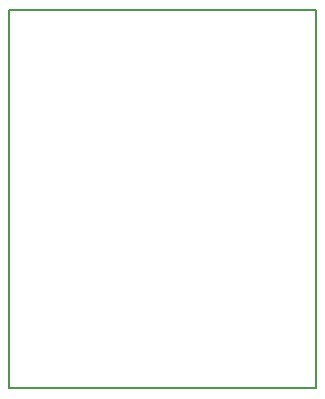
<source format=gbr>
%TF.GenerationSoftware,KiCad,Pcbnew,(6.0.4)*%
%TF.CreationDate,2022-10-02T23:39:58+02:00*%
%TF.ProjectId,Magnet_v2,4d61676e-6574-45f7-9632-2e6b69636164,rev?*%
%TF.SameCoordinates,Original*%
%TF.FileFunction,Profile,NP*%
%FSLAX46Y46*%
G04 Gerber Fmt 4.6, Leading zero omitted, Abs format (unit mm)*
G04 Created by KiCad (PCBNEW (6.0.4)) date 2022-10-02 23:39:58*
%MOMM*%
%LPD*%
G01*
G04 APERTURE LIST*
%TA.AperFunction,Profile*%
%ADD10C,0.200000*%
%TD*%
G04 APERTURE END LIST*
D10*
X127000000Y-92000000D02*
X153000000Y-92000000D01*
X153000000Y-92000000D02*
X153000000Y-124000000D01*
X153000000Y-124000000D02*
X127000000Y-124000000D01*
X127000000Y-124000000D02*
X127000000Y-92000000D01*
M02*

</source>
